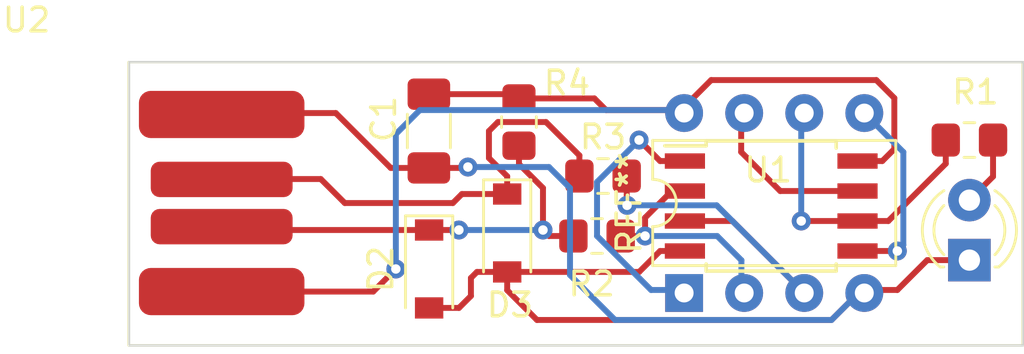
<source format=kicad_pcb>
(kicad_pcb (version 20241229) (generator "pcbnew") (generator_version "9.0")
  (layers (0 "F.Cu" signal) (2 "B.Cu" signal) (13 "F.Paste" user) (15 "B.Paste" user) (5 "F.SilkS" user "F.Silkscreen") (7 "B.SilkS" user "B.Silkscreen") (1 "F.Mask" user) (3 "B.Mask" user) (25 "Edge.Cuts" user))
  (net 0 "")
  (net 1 "+5V")
  (net 2 "GND")
  (net 3 "Net-(D1-Pad2)")
  (net 4 "Net-(D2-Pad1)")
  (net 5 "Net-(D3-Pad1)")
  (net 6 "Net-(J1-Pad1)")
  (net 7 "Net-(J1-Pad2)")
  (net 8 "Net-(J1-Pad3)")
  (net 9 "Net-(J2-Pad1)")
  (net 10 "Net-(J2-Pad2)")
  (net 11 "Net-(J2-Pad3)")
  (footprint "Diode_SMD:D_SOD-123" (layer "F.Cu") (at 128.407 145.287 -90)
    (property "Reference" "D3" (at 3.049 -0.117 0) (layer "F.SilkS"))
    (property "Value" "3V6" (hide yes))
    (fp_line (start -2.25 1) (end 1.65 1) (stroke (width 0.12)) (layer "F.SilkS"))
    (fp_line (start -2.25 -1) (end -2.25 1) (stroke (width 0.12)) (layer "F.SilkS"))
    (fp_line (start -2.25 -1) (end 1.65 -1) (stroke (width 0.12)) (layer "F.SilkS"))
    (pad "1" smd rect (at -1.65 0 270) (size 0.9 1.2) (layers "F.Cu" "F.Mask" "F.Paste") (net 5 "Net-(D3-Pad1)"))
    (pad "2" smd rect (at 1.65 0 270) (size 0.9 1.2) (layers "F.Cu" "F.Mask" "F.Paste") (net 2 "GND"))
  )
  (footprint "!My_Custom_Library:USB-A-PCB" (layer "F.Cu") (at 116.332 144.018)
    (property "Reference" "U2" (at -8.25 -7.75 0) (layer "F.SilkS"))
    (property "Value" "USB-PCB")
    (pad "1" smd roundrect (at 0 3.75) (size 7 2) (layers "F.Cu" "F.Mask" "F.Paste") (net 1 "+5V"))
    (pad "2" smd roundrect (at 0 1) (size 6 1.5) (layers "F.Cu" "F.Mask" "F.Paste") (net 4 "Net-(D2-Pad1)"))
    (pad "3" smd roundrect (at 0 -1) (size 6 1.5) (layers "F.Cu" "F.Mask" "F.Paste") (net 5 "Net-(D3-Pad1)"))
    (pad "4" smd roundrect (at 0 -3.75) (size 7 2) (layers "F.Cu" "F.Mask" "F.Paste") (net 2 "GND"))
  )
  (footprint "LED_THT:LED_D3.0mm" (layer "F.Cu") (at 147.955 146.436 90)
    (property "Reference" "D1" (hide yes))
    (property "Value" "LED")
    (fp_line (start -0.29 -1.236) (end -0.29 -1.08) (stroke (width 0.12)) (layer "F.SilkS"))
    (fp_line (start -0.29 1.08) (end -0.29 1.236) (stroke (width 0.12)) (layer "F.SilkS"))
    (fp_arc (start -0.29 -1.235516) (mid 1.366487 -1.987659) (end 2.942335 -1.078608) (stroke (width 0.12)) (layer "F.SilkS"))
    (fp_arc (start 0.229039 -1.08) (mid 1.270117 -1.5) (end 2.31113 -1.079837) (stroke (width 0.12)) (layer "F.SilkS"))
    (fp_arc (start 2.942335 1.078608) (mid 1.366487 1.987659) (end -0.29 1.235516) (stroke (width 0.12)) (layer "F.SilkS"))
    (fp_arc (start 2.31113 1.079837) (mid 1.270117 1.5) (end 0.229039 1.08) (stroke (width 0.12)) (layer "F.SilkS"))
    (pad "1" thru_hole rect (at 0 0 90) (size 1.8 1.8) (drill 0.9) (layers "*.Cu" "*.Mask") (net 2 "GND"))
    (pad "2" thru_hole circle (at 2.54 0 90) (size 1.8 1.8) (drill 0.9) (layers "*.Cu" "*.Mask") (net 3 "Net-(D1-Pad2)"))
  )
  (footprint "Resistor_SMD:R_0805_2012Metric_Pad1.20x1.40mm_HandSolder" (layer "F.Cu") (at 128.905 140.589 90)
    (property "Reference" "R4" (at 1.651 2.032 180) (layer "F.SilkS"))
    (property "Value" "1k5" (hide yes))
    (fp_line (start -0.227064 -0.735) (end 0.227064 -0.735) (stroke (width 0.12)) (layer "F.SilkS"))
    (fp_line (start -0.227064 0.735) (end 0.227064 0.735) (stroke (width 0.12)) (layer "F.SilkS"))
    (pad "1" smd roundrect (at -1 0 90) (size 1.2 1.4) (layers "F.Cu" "F.Mask" "F.Paste") (roundrect_rratio 0.2083333333) (net 4 "Net-(D2-Pad1)"))
    (pad "2" smd roundrect (at 1 0 90) (size 1.2 1.4) (layers "F.Cu" "F.Mask" "F.Paste") (roundrect_rratio 0.2083333333) (net 1 "+5V"))
  )
  (footprint "Resistor_SMD:R_0805_2012Metric_Pad1.20x1.40mm_HandSolder" (layer "F.Cu") (at 132.461 142.875)
    (property "Reference" "R3" (at 0 -1.65 0) (layer "F.SilkS"))
    (property "Value" "68R" (hide yes))
    (fp_line (start -0.227064 -0.735) (end 0.227064 -0.735) (stroke (width 0.12)) (layer "F.SilkS"))
    (fp_line (start -0.227064 0.735) (end 0.227064 0.735) (stroke (width 0.12)) (layer "F.SilkS"))
    (pad "1" smd roundrect (at -1 0) (size 1.2 1.4) (layers "F.Cu" "F.Mask" "F.Paste") (roundrect_rratio 0.2083333333) (net 5 "Net-(D3-Pad1)"))
    (pad "2" smd roundrect (at 1 0) (size 1.2 1.4) (layers "F.Cu" "F.Mask" "F.Paste") (roundrect_rratio 0.2083333333) (net 8 "Net-(J1-Pad3)"))
  )
  (footprint "Resistor_SMD:R_0805_2012Metric_Pad1.20x1.40mm_HandSolder" (layer "F.Cu") (at 132.207 145.415)
    (property "Reference" "R2" (at -0.227064 2.032 0) (layer "F.SilkS"))
    (property "Value" "68R" (hide yes))
    (fp_line (start -0.227064 -0.735) (end 0.227064 -0.735) (stroke (width 0.12)) (layer "F.SilkS"))
    (fp_line (start -0.227064 0.735) (end 0.227064 0.735) (stroke (width 0.12)) (layer "F.SilkS"))
    (pad "1" smd roundrect (at -1 0) (size 1.2 1.4) (layers "F.Cu" "F.Mask" "F.Paste") (roundrect_rratio 0.2083333333) (net 4 "Net-(D2-Pad1)"))
    (pad "2" smd roundrect (at 1 0) (size 1.2 1.4) (layers "F.Cu" "F.Mask" "F.Paste") (roundrect_rratio 0.2083333333) (net 7 "Net-(J1-Pad2)"))
  )
  (footprint "Package_SO:SOIC-8W_5.3x5.3mm_P1.27mm" (layer "F.Cu") (at 139.573 144.145)
    (property "Reference" "U1" (at -0.127 -1.524 0) (layer "F.SilkS"))
    (property "Value" "ATtiny85" (hide yes))
    (fp_line (start -2.75 -2.755) (end -2.75 -2.55) (stroke (width 0.15)) (layer "F.SilkS"))
    (fp_line (start -2.75 -2.755) (end 2.75 -2.755) (stroke (width 0.15)) (layer "F.SilkS"))
    (fp_line (start -2.75 -2.55) (end -4.5 -2.55) (stroke (width 0.15)) (layer "F.SilkS"))
    (fp_line (start -2.75 2.755) (end -2.75 2.455) (stroke (width 0.15)) (layer "F.SilkS"))
    (fp_line (start -2.75 2.755) (end 2.75 2.755) (stroke (width 0.15)) (layer "F.SilkS"))
    (fp_line (start 2.75 -2.755) (end 2.75 -2.455) (stroke (width 0.15)) (layer "F.SilkS"))
    (fp_line (start 2.75 2.755) (end 2.75 2.455) (stroke (width 0.15)) (layer "F.SilkS"))
    (pad "1" smd rect (at -3.65 -1.905) (size 1.7 0.65) (layers "F.Cu" "F.Mask" "F.Paste") (net 6 "Net-(J1-Pad1)"))
    (pad "2" smd rect (at -3.65 -0.635) (size 1.7 0.65) (layers "F.Cu" "F.Mask" "F.Paste") (net 7 "Net-(J1-Pad2)"))
    (pad "3" smd rect (at -3.65 0.635) (size 1.7 0.65) (layers "F.Cu" "F.Mask" "F.Paste") (net 8 "Net-(J1-Pad3)"))
    (pad "4" smd rect (at -3.65 1.905) (size 1.7 0.65) (layers "F.Cu" "F.Mask" "F.Paste") (net 2 "GND"))
    (pad "5" smd rect (at 3.65 1.905) (size 1.7 0.65) (layers "F.Cu" "F.Mask" "F.Paste") (net 9 "Net-(J2-Pad1)"))
    (pad "6" smd rect (at 3.65 0.635) (size 1.7 0.65) (layers "F.Cu" "F.Mask" "F.Paste") (net 10 "Net-(J2-Pad2)"))
    (pad "7" smd rect (at 3.65 -0.635) (size 1.7 0.65) (layers "F.Cu" "F.Mask" "F.Paste") (net 11 "Net-(J2-Pad3)"))
    (pad "8" smd rect (at 3.65 -1.905) (size 1.7 0.65) (layers "F.Cu" "F.Mask" "F.Paste") (net 1 "+5V"))
  )
  (footprint "Package_DIP:DIP-8_W7.62mm" (layer "F.Cu") (at 135.89 147.828 90)
    (property "Reference" "REF**" (at 3.81 -2.33 90) (layer "F.SilkS"))
    (property "Value" "DIP-8_W7.62mm")
    (fp_line (start 6.46 -1.33) (end 4.81 -1.33) (stroke (width 0.12)) (layer "F.SilkS"))
    (fp_line (start 2.81 -1.33) (end 1.16 -1.33) (stroke (width 0.12)) (layer "F.SilkS"))
    (fp_line (start 1.16 -1.33) (end 1.16 8.95) (stroke (width 0.12)) (layer "F.SilkS"))
    (fp_line (start 6.46 8.95) (end 6.46 -1.33) (stroke (width 0.12)) (layer "F.SilkS"))
    (fp_line (start 1.16 8.95) (end 6.46 8.95) (stroke (width 0.12)) (layer "F.SilkS"))
    (fp_arc (start 4.81 -1.33) (mid 3.81 -0.33) (end 2.81 -1.33) (stroke (width 0.12)) (layer "F.SilkS"))
    (pad "1" thru_hole rect (at 0 0 90) (size 1.6 1.6) (drill 0.8) (layers "*.Cu" "*.Mask"))
    (pad "2" thru_hole oval (at 0 2.54 90) (size 1.6 1.6) (drill 0.8) (layers "*.Cu" "*.Mask"))
    (pad "3" thru_hole oval (at 0 5.08 90) (size 1.6 1.6) (drill 0.8) (layers "*.Cu" "*.Mask"))
    (pad "4" thru_hole oval (at 0 7.62 90) (size 1.6 1.6) (drill 0.8) (layers "*.Cu" "*.Mask"))
    (pad "5" thru_hole oval (at 7.62 7.62 90) (size 1.6 1.6) (drill 0.8) (layers "*.Cu" "*.Mask"))
    (pad "6" thru_hole oval (at 7.62 5.08 90) (size 1.6 1.6) (drill 0.8) (layers "*.Cu" "*.Mask"))
    (pad "7" thru_hole oval (at 7.62 2.54 90) (size 1.6 1.6) (drill 0.8) (layers "*.Cu" "*.Mask"))
    (pad "8" thru_hole oval (at 7.62 0 90) (size 1.6 1.6) (drill 0.8) (layers "*.Cu" "*.Mask"))
  )
  (footprint "Diode_SMD:D_SOD-123" (layer "F.Cu") (at 125.105 146.811 -90)
    (property "Reference" "D2" (at 0.001 2.042 270) (layer "F.SilkS"))
    (property "Value" "3V6" (hide yes))
    (fp_line (start -2.25 1) (end 1.65 1) (stroke (width 0.12)) (layer "F.SilkS"))
    (fp_line (start -2.25 -1) (end -2.25 1) (stroke (width 0.12)) (layer "F.SilkS"))
    (fp_line (start -2.25 -1) (end 1.65 -1) (stroke (width 0.12)) (layer "F.SilkS"))
    (pad "1" smd rect (at -1.65 0 270) (size 0.9 1.2) (layers "F.Cu" "F.Mask" "F.Paste") (net 4 "Net-(D2-Pad1)"))
    (pad "2" smd rect (at 1.65 0 270) (size 0.9 1.2) (layers "F.Cu" "F.Mask" "F.Paste") (net 2 "GND"))
  )
  (footprint "Resistor_SMD:R_0805_2012Metric_Pad1.20x1.40mm_HandSolder" (layer "F.Cu") (at 147.955 141.351 180)
    (property "Reference" "R1" (at -0.254 2.032 0) (layer "F.SilkS"))
    (property "Value" "330R" (hide yes))
    (fp_line (start -0.227064 0.735) (end 0.227064 0.735) (stroke (width 0.12)) (layer "F.SilkS"))
    (fp_line (start -0.227064 -0.735) (end 0.227064 -0.735) (stroke (width 0.12)) (layer "F.SilkS"))
    (pad "1" smd roundrect (at -1 0 180) (size 1.2 1.4) (layers "F.Cu" "F.Mask" "F.Paste") (roundrect_rratio 0.2083333333) (net 3 "Net-(D1-Pad2)"))
    (pad "2" smd roundrect (at 1 0 180) (size 1.2 1.4) (layers "F.Cu" "F.Mask" "F.Paste") (roundrect_rratio 0.2083333333) (net 10 "Net-(J2-Pad2)"))
  )
  (footprint "Capacitor_SMD:C_1206_3216Metric_Pad1.33x1.80mm_HandSolder" (layer "F.Cu") (at 125.095 140.97 -90)
    (property "Reference" "C1" (at -0.508 1.915 270) (layer "F.SilkS"))
    (property "Value" "100n" (hide yes))
    (fp_line (start -0.711252 0.91) (end 0.711252 0.91) (stroke (width 0.12)) (layer "F.SilkS"))
    (fp_line (start -0.711252 -0.91) (end 0.711252 -0.91) (stroke (width 0.12)) (layer "F.SilkS"))
    (pad "1" smd roundrect (at -1.5625 0 270) (size 1.325 1.8) (layers "F.Cu" "F.Mask" "F.Paste") (roundrect_rratio 0.1886792453) (net 1 "+5V"))
    (pad "2" smd roundrect (at 1.5625 0 270) (size 1.325 1.8) (layers "F.Cu" "F.Mask" "F.Paste") (roundrect_rratio 0.1886792453) (net 2 "GND"))
  )
  (gr_rect (start 112.395 138.049) (end 150.203 150.049) (stroke (width 0.1)) (fill no) (layer "F.SilkS"))
  (gr_rect (start 112.414 138.049) (end 150.222 150.049) (stroke (width 0.1)) (fill no) (layer "Edge.Cuts"))
  (segment (start 144.272 142.24) (end 143.223 142.24) (width 0.25) (layer "F.Cu") (net 1))
  (segment (start 125.095 139.4075) (end 128.7235 139.4075) (width 0.25) (layer "F.Cu") (net 1))
  (segment (start 137.033 138.811) (end 144.018 138.811) (width 0.25) (layer "F.Cu") (net 1))
  (segment (start 144.78 141.732) (end 144.272 142.24) (width 0.25) (layer "F.Cu") (net 1))
  (segment (start 128.921 139.573) (end 128.905 139.589) (width 0.25) (layer "F.Cu") (net 1))
  (segment (start 128.7235 139.4075) (end 128.905 139.589) (width 0.25) (layer "F.Cu") (net 1))
  (segment (start 122.742 147.768) (end 116.459 147.768) (width 0.25) (layer "F.Cu") (net 1))
  (segment (start 132.096 139.589) (end 132.588 140.081) (width 0.25) (layer "F.Cu") (net 1))
  (segment (start 144.018 138.811) (end 144.78 139.573) (width 0.25) (layer "F.Cu") (net 1))
  (segment (start 123.698 146.812) (end 122.742 147.768) (width 0.25) (layer "F.Cu") (net 1))
  (segment (start 132.588 140.081) (end 135.763 140.081) (width 0.25) (layer "F.Cu") (net 1))
  (segment (start 128.905 139.589) (end 132.096 139.589) (width 0.25) (layer "F.Cu") (net 1))
  (segment (start 135.763 140.081) (end 137.033 138.811) (width 0.25) (layer "F.Cu") (net 1))
  (segment (start 144.78 139.573) (end 144.78 141.732) (width 0.25) (layer "F.Cu") (net 1))
  (via (at 123.698 146.812) (size 0.8) (drill 0.4) (layers "F.Cu" "B.Cu") (net 1))
  (segment (start 124.714 140.081) (end 123.698 141.097) (width 0.25) (layer "B.Cu") (net 1))
  (segment (start 123.698 141.097) (end 123.698 146.812) (width 0.25) (layer "B.Cu") (net 1))
  (segment (start 135.763 140.081) (end 124.714 140.081) (width 0.25) (layer "B.Cu") (net 1))
  (segment (start 144.907 147.701) (end 143.393 147.701) (width 0.25) (layer "F.Cu") (net 2))
  (segment (start 125.095 142.5325) (end 126.7075 142.5325) (width 0.25) (layer "F.Cu") (net 2))
  (segment (start 146.172 146.436) (end 144.907 147.701) (width 0.25) (layer "F.Cu") (net 2))
  (segment (start 128.407 147.197) (end 128.407 146.937) (width 0.25) (layer "F.Cu") (net 2))
  (segment (start 135.923 146.05) (end 134.874 146.05) (width 0.25) (layer "F.Cu") (net 2))
  (segment (start 127.129 146.937) (end 128.407 146.937) (width 0.25) (layer "F.Cu") (net 2))
  (segment (start 125.105 148.461) (end 126.367 148.461) (width 0.25) (layer "F.Cu") (net 2))
  (segment (start 126.873 147.193) (end 127.129 146.937) (width 0.25) (layer "F.Cu") (net 2))
  (segment (start 123.4825 142.5325) (end 121.158 140.208) (width 0.25) (layer "F.Cu") (net 2))
  (segment (start 125.095 142.5325) (end 123.4825 142.5325) (width 0.25) (layer "F.Cu") (net 2))
  (segment (start 126.7075 142.5325) (end 126.746 142.494) (width 0.25) (layer "F.Cu") (net 2))
  (segment (start 126.367 148.461) (end 126.873 147.955) (width 0.25) (layer "F.Cu") (net 2))
  (segment (start 142.123 148.971) (end 143.393 147.701) (width 0.25) (layer "F.Cu") (net 2))
  (segment (start 129.667 148.971) (end 142.123 148.971) (width 0.25) (layer "F.Cu") (net 2))
  (segment (start 147.955 146.436) (end 146.172 146.436) (width 0.25) (layer "F.Cu") (net 2))
  (segment (start 128.407 146.937) (end 128.407 147.711) (width 0.25) (layer "F.Cu") (net 2))
  (segment (start 116.519 140.208) (end 116.459 140.268) (width 0.25) (layer "F.Cu") (net 2))
  (segment (start 126.873 147.955) (end 126.873 147.193) (width 0.25) (layer "F.Cu") (net 2))
  (segment (start 121.158 140.208) (end 116.519 140.208) (width 0.25) (layer "F.Cu") (net 2))
  (segment (start 133.987 146.937) (end 128.407 146.937) (width 0.25) (layer "F.Cu") (net 2))
  (segment (start 134.874 146.05) (end 133.987 146.937) (width 0.25) (layer "F.Cu") (net 2))
  (segment (start 128.407 147.711) (end 129.667 148.971) (width 0.25) (layer "F.Cu") (net 2))
  (via (at 126.746 142.494) (size 0.8) (drill 0.4) (layers "F.Cu" "B.Cu") (net 2))
  (segment (start 132.969 148.971) (end 142.123 148.971) (width 0.25) (layer "B.Cu") (net 2))
  (segment (start 142.123 148.971) (end 143.393 147.701) (width 0.25) (layer "B.Cu") (net 2))
  (segment (start 130.175 142.494) (end 131.064 143.383) (width 0.25) (layer "B.Cu") (net 2))
  (segment (start 126.746 142.494) (end 130.175 142.494) (width 0.25) (layer "B.Cu") (net 2))
  (segment (start 131.064 147.066) (end 132.969 148.971) (width 0.25) (layer "B.Cu") (net 2))
  (segment (start 131.064 143.383) (end 131.064 147.066) (width 0.25) (layer "B.Cu") (net 2))
  (segment (start 148.955 142.896) (end 147.955 143.896) (width 0.25) (layer "F.Cu") (net 3))
  (segment (start 148.955 141.351) (end 148.955 142.896) (width 0.25) (layer "F.Cu") (net 3))
  (segment (start 129.921 145.161) (end 130.175 145.415) (width 0.25) (layer "F.Cu") (net 4))
  (segment (start 129.921 145.161) (end 129.921 143.383) (width 0.25) (layer "F.Cu") (net 4))
  (segment (start 129.921 143.383) (end 128.905 142.367) (width 0.25) (layer "F.Cu") (net 4))
  (segment (start 130.175 145.415) (end 131.461 145.415) (width 0.25) (layer "F.Cu") (net 4))
  (segment (start 125.105 145.161) (end 126.365 145.161) (width 0.25) (layer "F.Cu") (net 4))
  (segment (start 116.602 145.161) (end 116.459 145.018) (width 0.25) (layer "F.Cu") (net 4))
  (segment (start 128.905 142.367) (end 128.905 141.589) (width 0.25) (layer "F.Cu") (net 4))
  (segment (start 125.105 145.161) (end 116.602 145.161) (width 0.25) (layer "F.Cu") (net 4))
  (via (at 129.921 145.161) (size 0.8) (drill 0.4) (layers "F.Cu" "B.Cu") (net 4))
  (via (at 126.365 145.161) (size 0.8) (drill 0.4) (layers "F.Cu" "B.Cu") (net 4))
  (segment (start 129.921 145.161) (end 126.365 145.161) (width 0.25) (layer "B.Cu") (net 4))
  (segment (start 116.475 143.002) (end 116.459 143.018) (width 0.25) (layer "F.Cu") (net 5))
  (segment (start 131.461 142.002) (end 131.461 142.875) (width 0.25) (layer "F.Cu") (net 5))
  (segment (start 130.048 140.589) (end 131.461 142.002) (width 0.25) (layer "F.Cu") (net 5))
  (segment (start 128.016 140.589) (end 130.048 140.589) (width 0.25) (layer "F.Cu") (net 5))
  (segment (start 126.111 144.018) (end 121.539 144.018) (width 0.25) (layer "F.Cu") (net 5))
  (segment (start 127.635 142.113) (end 127.635 140.97) (width 0.25) (layer "F.Cu") (net 5))
  (segment (start 126.492 143.637) (end 126.111 144.018) (width 0.25) (layer "F.Cu") (net 5))
  (segment (start 121.539 144.018) (end 120.523 143.002) (width 0.25) (layer "F.Cu") (net 5))
  (segment (start 128.407 142.885) (end 127.635 142.113) (width 0.25) (layer "F.Cu") (net 5))
  (segment (start 128.407 143.637) (end 126.492 143.637) (width 0.25) (layer "F.Cu") (net 5))
  (segment (start 120.523 143.002) (end 116.475 143.002) (width 0.25) (layer "F.Cu") (net 5))
  (segment (start 128.407 143.637) (end 128.407 142.885) (width 0.25) (layer "F.Cu") (net 5))
  (segment (start 127.635 140.97) (end 128.016 140.589) (width 0.25) (layer "F.Cu") (net 5))
  (segment (start 133.985 141.351) (end 134.874 142.24) (width 0.25) (layer "F.Cu") (net 6))
  (segment (start 134.874 142.24) (end 135.923 142.24) (width 0.25) (layer "F.Cu") (net 6))
  (via (at 133.985 141.351) (size 0.8) (drill 0.4) (layers "F.Cu" "B.Cu") (net 6))
  (segment (start 132.207 143.129) (end 132.207 145.415) (width 0.25) (layer "B.Cu") (net 6))
  (segment (start 134.493 147.701) (end 135.773 147.701) (width 0.25) (layer "B.Cu") (net 6))
  (segment (start 133.985 141.351) (end 132.207 143.129) (width 0.25) (layer "B.Cu") (net 6))
  (segment (start 132.207 145.415) (end 134.493 147.701) (width 0.25) (layer "B.Cu") (net 6))
  (segment (start 134.239 145.415) (end 134.239 144.639978) (width 0.25) (layer "F.Cu") (net 7))
  (segment (start 135.368978 143.51) (end 135.923 143.51) (width 0.25) (layer "F.Cu") (net 7))
  (segment (start 133.461 145.415) (end 134.239 145.415) (width 0.25) (layer "F.Cu") (net 7))
  (segment (start 134.239 144.639978) (end 135.368978 143.51) (width 0.25) (layer "F.Cu") (net 7))
  (via (at 134.239 145.415) (size 0.8) (drill 0.4) (layers "F.Cu" "B.Cu") (net 7))
  (segment (start 138.313 146.441) (end 138.313 147.701) (width 0.25) (layer "B.Cu") (net 7))
  (segment (start 134.239 145.415) (end 137.287 145.415) (width 0.25) (layer "B.Cu") (net 7))
  (segment (start 137.287 145.415) (end 138.313 146.441) (width 0.25) (layer "B.Cu") (net 7))
  (segment (start 137.932 144.78) (end 135.923 144.78) (width 0.25) (layer "F.Cu") (net 8))
  (segment (start 133.477 144.1155) (end 133.461 144.0995) (width 0.25) (layer "F.Cu") (net 8))
  (segment (start 140.853 147.701) (end 137.932 144.78) (width 0.25) (layer "F.Cu") (net 8))
  (segment (start 133.461 144.0995) (end 133.461 142.875) (width 0.25) (layer "F.Cu") (net 8))
  (via (at 133.477 144.1155) (size 0.8) (drill 0.4) (layers "F.Cu" "B.Cu") (net 8))
  (segment (start 137.2675 144.1155) (end 140.853 147.701) (width 0.25) (layer "B.Cu") (net 8))
  (segment (start 133.477 144.1155) (end 137.2675 144.1155) (width 0.25) (layer "B.Cu") (net 8))
  (segment (start 144.907 146.05) (end 143.223 146.05) (width 0.25) (layer "F.Cu") (net 9))
  (via (at 144.907 146.05) (size 0.8) (drill 0.4) (layers "F.Cu" "B.Cu") (net 9))
  (segment (start 144.907 146.05) (end 145.161 145.796) (width 0.25) (layer "B.Cu") (net 9))
  (segment (start 145.161 141.859) (end 143.383 140.081) (width 0.25) (layer "B.Cu") (net 9))
  (segment (start 145.161 145.796) (end 145.161 141.859) (width 0.25) (layer "B.Cu") (net 9))
  (segment (start 144.526 144.78) (end 143.223 144.78) (width 0.25) (layer "F.Cu") (net 10))
  (segment (start 146.955 141.351) (end 146.955 142.351) (width 0.25) (layer "F.Cu") (net 10))
  (segment (start 146.955 142.351) (end 144.526 144.78) (width 0.25) (layer "F.Cu") (net 10))
  (segment (start 140.843 144.78) (end 143.223 144.78) (width 0.25) (layer "F.Cu") (net 10))
  (via (at 140.843 144.78) (size 0.8) (drill 0.4) (layers "F.Cu" "B.Cu") (net 10))
  (segment (start 140.843 144.78) (end 140.843 140.081) (width 0.25) (layer "B.Cu") (net 10))
  (segment (start 138.303 141.859) (end 139.954 143.51) (width 0.25) (layer "F.Cu") (net 11))
  (segment (start 138.303 140.081) (end 138.303 141.859) (width 0.25) (layer "F.Cu") (net 11))
  (segment (start 139.954 143.51) (end 143.223 143.51) (width 0.25) (layer "F.Cu") (net 11))
)
</source>
